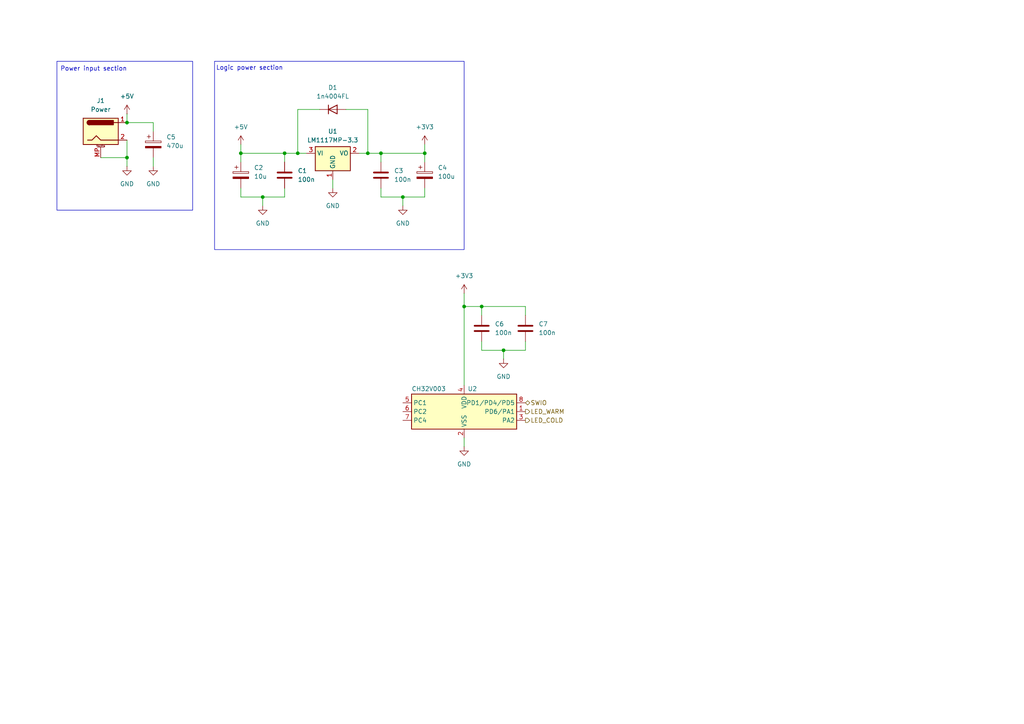
<source format=kicad_sch>
(kicad_sch (version 20231120) (generator "eeschema") (generator_version "8.0")
  (paper "A4")
  (lib_symbols
    (symbol "Connector:Barrel_Jack_MountingPin" (pin_names hide)
      (property "Reference" "J" (at 0 5.334 0))
      (property "Value" "Barrel_Jack_MountingPin" (at 1.27 -6.35 0))
      (symbol "Barrel_Jack_MountingPin_0_1"
        (rectangle (start -5.08 3.81) (end 5.08 -3.81) (stroke (width 0.254)) (fill (type background)))
        (arc (start -3.302 3.175) (mid -3.9343 2.54) (end -3.302 1.905) (stroke (width 0.254)))
        (arc (start -3.302 3.175) (mid -3.9343 2.54) (end -3.302 1.905) (stroke (width 0.254)) (fill (type outline)))
        (polyline (pts (xy 5.08 2.54) (xy 3.81 2.54)) (stroke (width 0.254)))
        (polyline (pts (xy -3.81 -2.54) (xy -2.54 -2.54) (xy -1.27 -1.27) (xy 0 -2.54) (xy 2.54 -2.54) (xy 5.08 -2.54)) (stroke (width 0.254)))
        (rectangle (start 3.683 3.175) (end -3.302 1.905) (stroke (width 0.254)) (fill (type outline)))
      )
      (symbol "Barrel_Jack_MountingPin_1_1"
        (polyline (pts (xy -1.016 -4.572) (xy 1.016 -4.572)) (stroke (width 0.1524)))
        (text "Mounting" (at 0 -4.191 0) (effects (font (size 0.381 0.381))))
        (pin passive line (at 7.62 2.54 180) (length 2.54) (name "~") (number "1"))
        (pin passive line (at 7.62 -2.54 180) (length 2.54) (name "~") (number "2"))
        (pin passive line (at 0 -7.62 90) (length 3.048) (name "MountPin") (number "MP"))
      )
    )
    (symbol "Device:C" (pin_numbers hide) (pin_names (offset 0.254))
      (property "Reference" "C" (at 0.635 2.54 0))
      (property "Value" "C" (at 0.635 -2.54 0))
      (symbol "C_0_1"
        (polyline (pts (xy -2.032 -0.762) (xy 2.032 -0.762)) (stroke (width 0.508)))
        (polyline (pts (xy -2.032 0.762) (xy 2.032 0.762)) (stroke (width 0.508)))
      )
      (symbol "C_1_1"
        (pin passive line (at 0 3.81 270) (length 2.794) (name "~") (number "1"))
        (pin passive line (at 0 -3.81 90) (length 2.794) (name "~") (number "2"))
      )
    )
    (symbol "Device:C_Polarized" (pin_numbers hide) (pin_names (offset 0.254))
      (property "Reference" "C" (at 0.635 2.54 0))
      (property "Value" "C_Polarized" (at 0.635 -2.54 0))
      (symbol "C_Polarized_0_1"
        (rectangle (start -2.286 0.508) (end 2.286 1.016))
        (polyline (pts (xy -1.778 2.286) (xy -0.762 2.286)))
        (polyline (pts (xy -1.27 2.794) (xy -1.27 1.778)))
        (rectangle (start 2.286 -0.508) (end -2.286 -1.016) (fill (type outline)))
      )
      (symbol "C_Polarized_1_1"
        (pin passive line (at 0 3.81 270) (length 2.794) (name "~") (number "1"))
        (pin passive line (at 0 -3.81 90) (length 2.794) (name "~") (number "2"))
      )
    )
    (symbol "Device:D" (pin_numbers hide) (pin_names (offset 1.016) hide)
      (property "Reference" "D" (at 0 2.54 0))
      (property "Value" "D" (at 0 -2.54 0))
      (symbol "D_0_1"
        (polyline (pts (xy -1.27 1.27) (xy -1.27 -1.27)) (stroke (width 0.254)))
        (polyline (pts (xy 1.27 0) (xy -1.27 0)))
        (polyline (pts (xy 1.27 1.27) (xy 1.27 -1.27) (xy -1.27 0) (xy 1.27 1.27)) (stroke (width 0.254)))
      )
      (symbol "D_1_1"
        (pin passive line (at -3.81 0 0) (length 2.54) (name "K") (number "1"))
        (pin passive line (at 3.81 0 180) (length 2.54) (name "A") (number "2"))
      )
    )
    (symbol "MCU_WCH_CH32V0:CH32V003JxMx"
      (property "Reference" "U" (at -15.24 7.62 0))
      (property "Value" "CH32V003JxMx" (at 15.24 7.62 0))
      (symbol "CH32V003JxMx_1_1"
        (rectangle (start -15.24 5.08) (end 15.24 -5.08) (stroke (width 0.254)) (fill (type background)))
        (pin bidirectional line (at 17.78 0 180) (length 2.54) (name "PD6/PA1") (number "1"))
        (pin power_in line (at 0 -7.62 90) (length 2.54) (name "VSS") (number "2"))
        (pin bidirectional line (at 17.78 -2.54 180) (length 2.54) (name "PA2") (number "3"))
        (pin power_in line (at 0 7.62 270) (length 2.54) (name "VDD") (number "4"))
        (pin bidirectional line (at -17.78 2.54 0) (length 2.54) (name "PC1") (number "5"))
        (pin bidirectional line (at -17.78 0 0) (length 2.54) (name "PC2") (number "6"))
        (pin bidirectional line (at -17.78 -2.54 0) (length 2.54) (name "PC4") (number "7"))
        (pin bidirectional line (at 17.78 2.54 180) (length 2.54) (name "PD1/PD4/PD5") (number "8"))
      )
    )
    (symbol "Regulator_Linear:LM1117MP-3.3"
      (property "Reference" "U" (at -3.81 3.175 0))
      (property "Value" "LM1117MP-3.3" (at 0 3.175 0))
      (symbol "LM1117MP-3.3_0_1"
        (rectangle (start -5.08 -5.08) (end 5.08 1.905) (stroke (width 0.254)) (fill (type background)))
      )
      (symbol "LM1117MP-3.3_1_1"
        (pin power_in line (at 0 -7.62 90) (length 2.54) (name "GND") (number "1"))
        (pin power_out line (at 7.62 0 180) (length 2.54) (name "VO") (number "2"))
        (pin power_in line (at -7.62 0 0) (length 2.54) (name "VI") (number "3"))
      )
    )
    (symbol "power:+3V3" (power) (pin_numbers hide) (pin_names (offset 0) hide)
      (property "Value" "+3V3" (at 0 3.556 0))
      (symbol "+3V3_0_1"
        (polyline (pts (xy -0.762 1.27) (xy 0 2.54)))
        (polyline (pts (xy 0 0) (xy 0 2.54)))
        (polyline (pts (xy 0 2.54) (xy 0.762 1.27)))
      )
      (symbol "+3V3_1_1"
        (pin power_in line (at 0 0 90) (length 0) (name "~") (number "1"))
      )
    )
    (symbol "power:+5V" (power) (pin_numbers hide) (pin_names (offset 0) hide)
      (property "Value" "+5V" (at 0 3.556 0))
      (symbol "+5V_0_1"
        (polyline (pts (xy -0.762 1.27) (xy 0 2.54)))
        (polyline (pts (xy 0 0) (xy 0 2.54)))
        (polyline (pts (xy 0 2.54) (xy 0.762 1.27)))
      )
      (symbol "+5V_1_1"
        (pin power_in line (at 0 0 90) (length 0) (name "~") (number "1"))
      )
    )
    (symbol "power:GND" (power) (pin_numbers hide) (pin_names (offset 0) hide)
      (property "Value" "GND" (at 0 -3.81 0))
      (symbol "GND_0_1"
        (polyline (pts (xy 0 0) (xy 0 -1.27) (xy 1.27 -1.27) (xy 0 -2.54) (xy -1.27 -1.27) (xy 0 -1.27)))
      )
      (symbol "GND_1_1"
        (pin power_in line (at 0 0 270) (length 0) (name "~") (number "1"))
      )
    )
  )
  (junction (at 82.55 44.45))
  (junction (at 86.36 44.45))
  (junction (at 123.19 44.45))
  (junction (at 139.7 88.9))
  (junction (at 36.83 35.56))
  (junction (at 110.49 44.45))
  (junction (at 146.05 101.6))
  (junction (at 76.2 57.15))
  (junction (at 116.84 57.15))
  (junction (at 134.62 88.9))
  (junction (at 106.68 44.45))
  (junction (at 69.85 44.45))
  (junction (at 36.83 45.72))
  (wire (pts (xy 44.45 38.1) (xy 44.45 35.56)))
  (wire (pts (xy 152.4 101.6) (xy 152.4 99.06)))
  (wire (pts (xy 139.7 91.44) (xy 139.7 88.9)))
  (wire (pts (xy 116.84 59.69) (xy 116.84 57.15)))
  (wire (pts (xy 69.85 46.99) (xy 69.85 44.45)))
  (wire (pts (xy 123.19 46.99) (xy 123.19 44.45)))
  (wire (pts (xy 152.4 88.9) (xy 139.7 88.9)))
  (wire (pts (xy 44.45 35.56) (xy 36.83 35.56)))
  (wire (pts (xy 139.7 101.6) (xy 139.7 99.06)))
  (wire (pts (xy 139.7 101.6) (xy 146.05 101.6)))
  (wire (pts (xy 82.55 46.99) (xy 82.55 44.45)))
  (wire (pts (xy 82.55 54.61) (xy 82.55 57.15)))
  (wire (pts (xy 36.83 33.02) (xy 36.83 35.56)))
  (wire (pts (xy 69.85 44.45) (xy 82.55 44.45)))
  (wire (pts (xy 86.36 31.75) (xy 92.71 31.75)))
  (wire (pts (xy 96.52 54.61) (xy 96.52 52.07)))
  (wire (pts (xy 146.05 101.6) (xy 152.4 101.6)))
  (wire (pts (xy 123.19 44.45) (xy 110.49 44.45)))
  (wire (pts (xy 110.49 46.99) (xy 110.49 44.45)))
  (wire (pts (xy 88.9 44.45) (xy 86.36 44.45)))
  (wire (pts (xy 36.83 45.72) (xy 36.83 40.64)))
  (wire (pts (xy 152.4 91.44) (xy 152.4 88.9)))
  (wire (pts (xy 106.68 44.45) (xy 104.14 44.45)))
  (wire (pts (xy 116.84 57.15) (xy 110.49 57.15)))
  (wire (pts (xy 76.2 57.15) (xy 69.85 57.15)))
  (wire (pts (xy 110.49 57.15) (xy 110.49 54.61)))
  (wire (pts (xy 100.33 31.75) (xy 106.68 31.75)))
  (wire (pts (xy 134.62 88.9) (xy 134.62 111.76)))
  (wire (pts (xy 123.19 57.15) (xy 116.84 57.15)))
  (wire (pts (xy 134.62 85.09) (xy 134.62 88.9)))
  (wire (pts (xy 44.45 48.26) (xy 44.45 45.72)))
  (wire (pts (xy 36.83 48.26) (xy 36.83 45.72)))
  (wire (pts (xy 69.85 41.91) (xy 69.85 44.45)))
  (wire (pts (xy 36.83 45.72) (xy 29.21 45.72)))
  (wire (pts (xy 106.68 44.45) (xy 110.49 44.45)))
  (wire (pts (xy 106.68 31.75) (xy 106.68 44.45)))
  (wire (pts (xy 69.85 57.15) (xy 69.85 54.61)))
  (wire (pts (xy 123.19 54.61) (xy 123.19 57.15)))
  (wire (pts (xy 134.62 127) (xy 134.62 129.54)))
  (wire (pts (xy 134.62 88.9) (xy 139.7 88.9)))
  (wire (pts (xy 86.36 44.45) (xy 86.36 31.75)))
  (wire (pts (xy 146.05 104.14) (xy 146.05 101.6)))
  (wire (pts (xy 123.19 41.91) (xy 123.19 44.45)))
  (wire (pts (xy 82.55 44.45) (xy 86.36 44.45)))
  (wire (pts (xy 82.55 57.15) (xy 76.2 57.15)))
  (wire (pts (xy 76.2 59.69) (xy 76.2 57.15)))
  (rectangle (start 62.23 17.78) (end 134.62 72.39))
  (rectangle (start 16.51 17.78) (end 55.88 60.96))
  (text "Logic power section\n" (at 72.39 19.812 0) (effects (font (size 1.27 1.27))))
  (text "Power input section\n" (at 27.178 20.066 0) (effects (font (size 1.27 1.27))))
  (hierarchical_label "LED_WARM" (shape output) (at 152.4 119.38 0))
  (hierarchical_label "SWIO" (shape bidirectional) (at 152.4 116.84 0))
  (hierarchical_label "LED_COLD" (shape output) (at 152.4 121.92 0))
  (symbol (lib_id "power:GND") (at 76.2 59.69 0) (unit 1)
    (property "Reference" "#PWR02" (effects (hide yes)))
    (property "Value" "GND" (at 76.2 64.77 0))
    (property "Description" "Power symbol creates a global label with name \"GND\" , ground" (effects (hide yes)))
  )
  (symbol (lib_id "power:+3V3") (at 134.62 85.09 0) (unit 1)
    (property "Reference" "#PWR010" (effects (hide yes)))
    (property "Value" "+3V3" (at 134.62 80.01 0))
    (property "Description" "Power symbol creates a global label with name \"+3V3\"" (effects (hide yes)))
  )
  (symbol (lib_id "power:GND") (at 36.83 48.26 0) (unit 1)
    (property "Reference" "#PWR06" (effects (hide yes)))
    (property "Value" "GND" (at 36.83 53.34 0))
    (property "Description" "Power symbol creates a global label with name \"GND\" , ground" (effects (hide yes)))
  )
  (symbol (lib_id "Connector:Barrel_Jack_MountingPin") (at 29.21 38.1 0) (unit 1)
    (property "Reference" "J1" (at 29.21 29.21 0))
    (property "Value" "Power" (at 29.21 31.75 0))
    (property "Footprint" "Connector_BarrelJack:BarrelJack_Horizontal" (effects (hide yes)))
    (property "Description" "DC Barrel Jack with a mounting pin" (effects (hide yes)))
  )
  (symbol (lib_id "Device:C") (at 152.4 95.25 0) (unit 1)
    (property "Reference" "C7" (at 156.21 93.9799 0) (effects (justify left)))
    (property "Value" "100n" (at 156.21 96.5199 0) (effects (justify left)))
    (property "Footprint" "Capacitor_SMD:C_0805_2012Metric_Pad1.18x1.45mm_HandSolder" (effects (hide yes)))
    (property "Description" "Unpolarized capacitor" (effects (hide yes)))
  )
  (symbol (lib_id "Device:C") (at 110.49 50.8 0) (unit 1)
    (property "Reference" "C3" (at 114.3 49.5299 0) (effects (justify left)))
    (property "Value" "100n" (at 114.3 52.0699 0) (effects (justify left)))
    (property "Footprint" "Capacitor_SMD:C_0805_2012Metric_Pad1.18x1.45mm_HandSolder" (effects (hide yes)))
    (property "Description" "Unpolarized capacitor" (effects (hide yes)))
  )
  (symbol (lib_id "power:GND") (at 146.05 104.14 0) (unit 1)
    (property "Reference" "#PWR011" (effects (hide yes)))
    (property "Value" "GND" (at 146.05 109.22 0))
    (property "Description" "Power symbol creates a global label with name \"GND\" , ground" (effects (hide yes)))
  )
  (symbol (lib_id "Device:C_Polarized") (at 44.45 41.91 0) (unit 1)
    (property "Reference" "C5" (at 48.26 39.7509 0) (effects (justify left)))
    (property "Value" "470u" (at 48.26 42.2909 0) (effects (justify left)))
    (property "Footprint" "Capacitor_SMD:CP_Elec_5x3.9" (effects (hide yes)))
    (property "Description" "Polarized capacitor" (effects (hide yes)))
  )
  (symbol (lib_id "Regulator_Linear:LM1117MP-3.3") (at 96.52 44.45 0) (unit 1)
    (property "Reference" "U1" (at 96.52 38.1 0))
    (property "Value" "LM1117MP-3.3" (at 96.52 40.64 0))
    (property "Footprint" "Package_TO_SOT_SMD:SOT-223-3_TabPin2" (effects (hide yes)))
    (property "Datasheet" "http://www.ti.com/lit/ds/symlink/lm1117.pdf" (effects (hide yes)))
    (property "Description" "800mA Low-Dropout Linear Regulator, 3.3V fixed output, SOT-223" (effects (hide yes)))
  )
  (symbol (lib_id "Device:C") (at 139.7 95.25 0) (unit 1)
    (property "Reference" "C6" (at 143.51 93.9799 0) (effects (justify left)))
    (property "Value" "100n" (at 143.51 96.5199 0) (effects (justify left)))
    (property "Footprint" "Capacitor_SMD:C_0805_2012Metric_Pad1.18x1.45mm_HandSolder" (effects (hide yes)))
    (property "Description" "Unpolarized capacitor" (effects (hide yes)))
  )
  (symbol (lib_id "Device:C") (at 82.55 50.8 0) (unit 1)
    (property "Reference" "C1" (at 86.36 49.5299 0) (effects (justify left)))
    (property "Value" "100n" (at 86.36 52.0699 0) (effects (justify left)))
    (property "Footprint" "Capacitor_SMD:C_0805_2012Metric_Pad1.18x1.45mm_HandSolder" (effects (hide yes)))
    (property "Description" "Unpolarized capacitor" (effects (hide yes)))
  )
  (symbol (lib_id "power:GND") (at 134.62 129.54 0) (unit 1)
    (property "Reference" "#PWR09" (effects (hide yes)))
    (property "Value" "GND" (at 134.62 134.62 0))
    (property "Description" "Power symbol creates a global label with name \"GND\" , ground" (effects (hide yes)))
  )
  (symbol (lib_id "power:GND") (at 116.84 59.69 0) (unit 1)
    (property "Reference" "#PWR03" (effects (hide yes)))
    (property "Value" "GND" (at 116.84 64.77 0))
    (property "Description" "Power symbol creates a global label with name \"GND\" , ground" (effects (hide yes)))
  )
  (symbol (lib_id "power:GND") (at 44.45 48.26 0) (unit 1)
    (property "Reference" "#PWR08" (effects (hide yes)))
    (property "Value" "GND" (at 44.45 53.34 0))
    (property "Description" "Power symbol creates a global label with name \"GND\" , ground" (effects (hide yes)))
  )
  (symbol (lib_id "power:+5V") (at 36.83 33.02 0) (unit 1)
    (property "Reference" "#PWR07" (effects (hide yes)))
    (property "Value" "+5V" (at 36.83 27.94 0))
    (property "Description" "Power symbol creates a global label with name \"+5V\"" (effects (hide yes)))
  )
  (symbol (lib_id "Device:C_Polarized") (at 123.19 50.8 0) (unit 1)
    (property "Reference" "C4" (at 127 48.6409 0) (effects (justify left)))
    (property "Value" "100u" (at 127 51.1809 0) (effects (justify left)))
    (property "Footprint" "Capacitor_SMD:CP_Elec_5x3.9" (effects (hide yes)))
    (property "Description" "Polarized capacitor" (effects (hide yes)))
  )
  (symbol (lib_id "power:+5V") (at 69.85 41.91 0) (unit 1)
    (property "Reference" "#PWR05" (effects (hide yes)))
    (property "Value" "+5V" (at 69.85 36.83 0))
    (property "Description" "Power symbol creates a global label with name \"+5V\"" (effects (hide yes)))
  )
  (symbol (lib_id "Device:D") (at 96.52 31.75 0) (unit 1)
    (property "Reference" "D1" (at 96.52 25.4 0))
    (property "Value" "1n4004FL" (at 96.52 27.94 0))
    (property "Footprint" "Diode_SMD:D_SOD-123F" (effects (hide yes)))
    (property "Description" "Diode" (effects (hide yes)))
    (property "Sim.Device" "D" (effects (hide yes)))
    (property "Sim.Pins" "1=K 2=A" (effects (hide yes)))
  )
  (symbol (lib_id "Device:C_Polarized") (at 69.85 50.8 0) (unit 1)
    (property "Reference" "C2" (at 73.66 48.6409 0) (effects (justify left)))
    (property "Value" "10u" (at 73.66 51.1809 0) (effects (justify left)))
    (property "Footprint" "Capacitor_SMD:CP_Elec_5x3.9" (effects (hide yes)))
    (property "Description" "Polarized capacitor" (effects (hide yes)))
  )
  (symbol (lib_id "power:GND") (at 96.52 54.61 0) (unit 1)
    (property "Reference" "#PWR01" (effects (hide yes)))
    (property "Value" "GND" (at 96.52 59.69 0))
    (property "Description" "Power symbol creates a global label with name \"GND\" , ground" (effects (hide yes)))
  )
  (symbol (lib_id "MCU_WCH_CH32V0:CH32V003JxMx") (at 134.62 119.38 0) (unit 1)
    (property "Reference" "U2" (at 135.636 112.776 0) (effects (justify left)))
    (property "Value" "CH32V003" (at 119.38 112.776 0) (effects (justify left)))
    (property "Footprint" "Package_SO:SOP-8_3.9x4.9mm_P1.27mm" (effects (hide yes)))
    (property "Datasheet" "https://www.wch-ic.com/products/CH32V003.html" (effects (hide yes)))
    (property "Description" "CH32V003 series are industrial-grade general-purpose microcontrollers designed based on 32-bit RISC-V instruction set and architecture. It adopts QingKe V2A core, RV32EC instruction set, and supports 2 levels of interrupt nesting. The series are mounted with rich peripheral interfaces and function modules. Its internal organizational structure meets the low-cost and low-power embedded application scenarios." (effects (hide yes)))
  )
  (symbol (lib_id "power:+3V3") (at 123.19 41.91 0) (unit 1)
    (property "Reference" "#PWR04" (effects (hide yes)))
    (property "Value" "+3V3" (at 123.19 36.83 0))
    (property "Description" "Power symbol creates a global label with name \"+3V3\"" (effects (hide yes)))
  )
)
</source>
